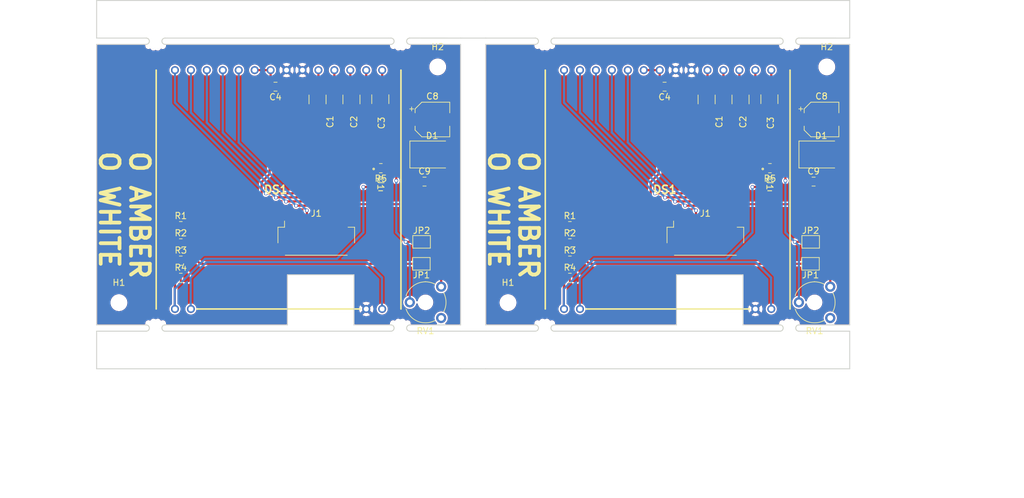
<source format=kicad_pcb>
(kicad_pcb (version 20221018) (generator pcbnew)
  (layers (0 "F.Cu" signal "Top") (31 "B.Cu" signal "Bottom") (34 "B.Paste" user) (35 "F.Paste" user) (36 "B.SilkS" user "B.Silkscreen") (37 "F.SilkS" user "F.Silkscreen") (38 "B.Mask" user) (39 "F.Mask" user) (44 "Edge.Cuts" user))
  (net 0 "")
  (net 1 "GND")
  (net 2 "+3V3")
  (net 3 "Net-(DS1-VB1+)")
  (net 4 "Net-(DS1-VB1-)")
  (net 5 "Net-(DS1-VB0-)")
  (net 6 "Net-(DS1-VB0+)")
  (net 7 "Net-(DS1-VLCD)")
  (net 8 "MOSI")
  (net 9 "SCK")
  (net 10 "LED1")
  (net 11 "Net-(DS1-NC_2)")
  (net 12 "INSTR.BEL")
  (net 13 "Net-(JP1-B)")
  (net 14 "D22")
  (net 15 "D23")
  (net 17 "D24")
  (net 18 "D25")
  (net 20 "POT")
  (net 21 "Net-(U1-REXT)")
  (footprint "Capacitor_SMD:C_1210_3225Metric_Pad1.33x2.70mm_HandSolder" (layer "F.Cu") (at 158.71 91.0375 90)
    (fp_text reference "C2")
    (fp_text value "1u")
  )
  (footprint "Capacitor_SMD:C_1210_3225Metric_Pad1.33x2.70mm_HandSolder" (layer "F.Cu") (at 163.31 91 90)
    (fp_text reference "C3")
    (fp_text value "1u")
  )
  (footprint "Capacitor_SMD:C_1210_3225Metric_Pad1.33x2.70mm_HandSolder" (layer "F.Cu") (at 153.31 91.0375 90)
    (fp_text reference "C1")
    (fp_text value "1u")
  )
  (footprint "Capacitor_SMD:C_0805_2012Metric" (layer "F.Cu") (at 146.61 89 180)
    (fp_text reference "C4")
    (fp_text value "100n")
  )
  (footprint "Capacitor_SMD:CP_Elec_5x3" (layer "F.Cu") (at 171.618 94.234)
    (fp_text reference "C8")
    (fp_text value "22u")
  )
  (footprint "Capacitor_SMD:C_0805_2012Metric" (layer "F.Cu") (at 170.3555 104.14)
    (fp_text reference "C9")
    (fp_text value "100n")
  )
  (footprint "Diode_SMD:D_SMB" (layer "F.Cu") (at 171.568 99.822)
    (fp_text reference "D1")
    (fp_text value "SMBJ15CA")
  )
  (footprint "fiz-o-matic:EA-DOGS102W-6" (layer "F.Cu") (at 147.1 105.41)
    (fp_text reference "DS1")
    (fp_text value "EA_DOGS102W-6" hide)
  )
  (footprint "Potentiometer_THT:Potentiometer_Piher_PT-6-V_Vertical_Hole" (layer "F.Cu") (at 173.01 120.9 180)
    (fp_text reference "RV1")
    (fp_text value "500")
  )
  (footprint "MountingHole:MountingHole_2.2mm_M2" (layer "F.Cu") (at 183.66 123.45)
    (fp_text reference "H1")
    (fp_text value "MountingHole")
  )
  (footprint "fiz-o-matic:mouse-bite-1mm-slot" (layer "F.Cu") (at 228.51 81.75)
    (fp_text reference "H4" hide)
    (fp_text value "MouseBite" hide)
  )
  (footprint "fiz-o-matic:mouse-bite-1mm-slot" (layer "F.Cu") (at 228.51 127.5 180)
    (fp_text reference "H6" hide)
    (fp_text value "MouseBite" hide)
  )
  (footprint "Capacitor_SMD:C_1210_3225Metric_Pad1.33x2.70mm_HandSolder" (layer "F.Cu") (at 215.31 91.0375 90)
    (fp_text reference "C1")
    (fp_text value "1u")
  )
  (footprint "Resistor_SMD:R_0805_2012Metric" (layer "F.Cu") (at 193.5225 119.5)
    (fp_text reference "R4")
    (fp_text value "1k / 560")
  )
  (footprint "Capacitor_SMD:C_0805_2012Metric" (layer "F.Cu") (at 232.3555 104.14)
    (fp_text reference "C9")
    (fp_text value "100n")
  )
  (footprint "Resistor_SMD:R_0805_2012Metric" (layer "F.Cu") (at 193.5225 116.75)
    (fp_text reference "R3")
    (fp_text value "1k / 560")
  )
  (footprint "fiz-o-matic:mouse-bite-1mm-slot" (layer "F.Cu") (at 189.51 81.75)
    (fp_text reference "H3" hide)
    (fp_text value "MouseBite" hide)
  )
  (footprint "Jumper:SolderJumper-2_P1.3mm_Open_TrianglePad1.0x1.5mm" (layer "F.Cu") (at 169.86 117.25 180)
    (fp_text reference "JP1")
    (fp_text value "SolderJumper_2_Open")
  )
  (footprint "Resistor_SMD:R_0805_2012Metric" (layer "F.Cu") (at 193.5225 111.25)
    (fp_text reference "R1")
    (fp_text value "1k / 560")
  )
  (footprint "Resistor_SMD:R_0805_2012Metric" (layer "F.Cu") (at 131.5225 116.75)
    (fp_text reference "R3")
    (fp_text value "1k / 560")
  )
  (footprint "MountingHole:MountingHole_2.2mm_M2" (layer "F.Cu") (at 172.46 85.85)
    (fp_text reference "H2")
    (fp_text value "MountingHole")
  )
  (footprint "MountingHole:MountingHole_2.2mm_M2" (layer "F.Cu") (at 121.66 123.45)
    (fp_text reference "H1")
    (fp_text value "MountingHole")
  )
  (footprint "Capacitor_SMD:CP_Elec_5x3" (layer "F.Cu") (at 233.618 94.234)
    (fp_text reference "C8")
    (fp_text value "22u")
  )
  (footprint "MountingHole:MountingHole_2.2mm_M2" (layer "F.Cu") (at 234.46 85.85)
    (fp_text reference "H2")
    (fp_text value "MountingHole")
  )
  (footprint "Capacitor_SMD:C_0805_2012Metric" (layer "F.Cu") (at 208.61 89 180)
    (fp_text reference "C4")
    (fp_text value "100n")
  )
  (footprint "Resistor_SMD:R_0805_2012Metric" (layer "F.Cu") (at 131.5225 111.25)
    (fp_text reference "R1")
    (fp_text value "1k / 560")
  )
  (footprint "fiz-o-matic:mouse-bite-1mm-slot" (layer "F.Cu") (at 166.51 81.75)
    (fp_text reference "H4" hide)
    (fp_text value "MouseBite" hide)
  )
  (footprint "Resistor_SMD:R_0805_2012Metric" (layer "F.Cu") (at 131.5225 119.5)
    (fp_text reference "R4")
    (fp_text value "1k / 560")
  )
  (footprint "fiz-o-matic:mouse-bite-1mm-slot" (layer "F.Cu") (at 127.51 81.75)
    (fp_text reference "H3" hide)
    (fp_text value "MouseBite" hide)
  )
  (footprint "fiz-o-matic:mouse-bite-1mm-slot" (layer "F.Cu") (at 166.51 127.5 180)
    (fp_text reference "H6" hide)
    (fp_text value "MouseBite" hide)
  )
  (footprint "Jumper:SolderJumper-2_P1.3mm_Open_TrianglePad1.0x1.5mm" (layer "F.Cu") (at 169.885 113.75)
    (fp_text reference "JP2")
    (fp_text value "SolderJumper_2_Open")
  )
  (footprint "fiz-o-matic:mouse-bite-1mm-slot" (layer "F.Cu") (at 189.51 127.5 180)
    (fp_text reference "H5" hide)
    (fp_text value "MouseBite" hide)
  )
  (footprint "Jumper:SolderJumper-2_P1.3mm_Open_TrianglePad1.0x1.5mm" (layer "F.Cu") (at 231.86 117.25 180)
    (fp_text reference "JP1")
    (fp_text value "SolderJumper_2_Open")
  )
  (footprint "fiz-o-matic:EA-DOGS102W-6" (layer "F.Cu") (at 209.1 105.41)
    (fp_text reference "DS1")
    (fp_text value "EA_DOGS102W-6" hide)
  )
  (footprint "Capacitor_SMD:C_1210_3225Metric_Pad1.33x2.70mm_HandSolder" (layer "F.Cu") (at 225.31 91 90)
    (fp_text reference "C3")
    (fp_text value "1u")
  )
  (footprint "BCR401:PG-SOT343-4-1_INF" (layer "F.Cu") (at 225.36 104.5 -90)
    (fp_text reference "U1")
    (fp_text value "BCR401WH6327XTSA1")
  )
  (footprint "Resistor_SMD:R_0805_2012Metric" (layer "F.Cu") (at 131.5225 114)
    (fp_text reference "R2")
    (fp_text value "1k / 560")
  )
  (footprint "Connector_JST:JST_SH_SM10B-SRSS-TB_1x10-1MP_P1.00mm_Horizontal" (layer "F.Cu") (at 215.11 113.2)
    (fp_text reference "J1")
    (fp_text value "Conn_01x10_MountingPin")
  )
  (footprint "Jumper:SolderJumper-2_P1.3mm_Open_TrianglePad1.0x1.5mm" (layer "F.Cu") (at 231.885 113.75)
    (fp_text reference "JP2")
    (fp_text value "SolderJumper_2_Open")
  )
  (footprint "Connector_JST:JST_SH_SM10B-SRSS-TB_1x10-1MP_P1.00mm_Horizontal" (layer "F.Cu") (at 153.11 113.2)
    (fp_text reference "J1")
    (fp_text value "Conn_01x10_MountingPin")
  )
  (footprint "fiz-o-matic:mouse-bite-1mm-slot" (layer "F.Cu") (at 127.51 127.5 180)
    (fp_text reference "H5" hide)
    (fp_text value "MouseBite" hide)
  )
  (footprint "Capacitor_SMD:C_1210_3225Metric_Pad1.33x2.70mm_HandSolder" (layer "F.Cu") (at 220.71 91.0375 90)
    (fp_text reference "C2")
    (fp_text value "1u")
  )
  (footprint "BCR401:PG-SOT343-4-1_INF" (layer "F.Cu") (at 163.36 104.5 -90)
    (fp_text reference "U1")
    (fp_text value "BCR401WH6327XTSA1")
  )
  (footprint "Resistor_SMD:R_0805_2012Metric" (layer "F.Cu") (at 163.3975 102 180)
    (fp_text reference "R5")
    (fp_text value "10")
  )
  (footprint "Potentiometer_THT:Potentiometer_Piher_PT-6-V_Vertical_Hole" (layer "F.Cu") (at 235.01 120.9 180)
    (fp_text reference "RV1")
    (fp_text value "500")
  )
  (footprint "Diode_SMD:D_SMB" (layer "F.Cu") (at 233.568 99.822)
    (fp_text reference "D1")
    (fp_text value "SMBJ15CA")
  )
  (footprint "Resistor_SMD:R_0805_2012Metric" (layer "F.Cu") (at 225.3975 102 180)
    (fp_text reference "R5")
    (fp_text value "10")
  )
  (footprint "Resistor_SMD:R_0805_2012Metric" (layer "F.Cu") (at 193.5225 114)
    (fp_text reference "R2")
    (fp_text value "1k / 560")
  )
  (gr_line (start 191.01 128) (end 227.01 128) (stroke (width 0.15)) (layer "Edge.Cuts"))
  (gr_arc (start 168.01 82.252493) (mid 167.507507 81.75) (end 168.01 81.247507) (stroke (width 0.15)) (layer "Edge.Cuts"))
  (gr_line (start 191.01 82.25) (end 227.01 82.25) (stroke (width 0.15)) (layer "Edge.Cuts"))
  (gr_line (start 159.11 127) (end 159.11 119) (stroke (width 0.15)) (layer "Edge.Cuts"))
  (gr_arc (start 165.01 81.25) (mid 165.51 81.75) (end 165.01 82.25) (stroke (width 0.15)) (layer "Edge.Cuts"))
  (gr_arc (start 129.01 128) (mid 128.51 127.5) (end 129.01 127) (stroke (width 0.15)) (layer "Edge.Cuts"))
  (gr_line (start 159.11 127) (end 165.01 127) (stroke (width 0.15)) (layer "Edge.Cuts"))
  (gr_arc (start 129.01 82.25) (mid 128.51 81.75) (end 129.01 81.25) (stroke (width 0.15)) (layer "Edge.Cuts"))
  (gr_line (start 238.11 127) (end 238.11 82.25) (stroke (width 0.15)) (layer "Edge.Cuts"))
  (gr_arc (start 191.01 128) (mid 190.51 127.5) (end 191.01 127) (stroke (width 0.15)) (layer "Edge.Cuts"))
  (gr_line (start 176.11 82.25) (end 168.01 82.252493) (stroke (width 0.15)) (layer "Edge.Cuts"))
  (gr_line (start 129.01 128) (end 165.01 128) (stroke (width 0.15)) (layer "Edge.Cuts"))
  (gr_line (start 118.11 127) (end 118.11 82.25) (stroke (width 0.15)) (layer "Edge.Cuts"))
  (gr_line (start 148.51 119) (end 148.51 127) (stroke (width 0.15)) (layer "Edge.Cuts"))
  (gr_line (start 118.11 128) (end 126.01 128) (stroke (width 0.15)) (layer "Edge.Cuts"))
  (gr_line (start 176.11 75.25) (end 118.11 75.25) (stroke (width 0.15)) (layer "Edge.Cuts"))
  (gr_arc (start 227.01 127) (mid 227.51 127.5) (end 227.01 128) (stroke (width 0.15)) (layer "Edge.Cuts"))
  (gr_arc (start 227.01 81.25) (mid 227.51 81.75) (end 227.01 82.25) (stroke (width 0.15)) (layer "Edge.Cuts"))
  (gr_line (start 238.11 82.25) (end 230.01 82.252493) (stroke (width 0.15)) (layer "Edge.Cuts"))
  (gr_line (start 118.11 127) (end 126.01 127) (stroke (width 0.15)) (layer "Edge.Cuts"))
  (gr_line (start 221.11 127) (end 221.11 119) (stroke (width 0.15)) (layer "Edge.Cuts"))
  (gr_line (start 168.01 128) (end 176.11 128) (stroke (width 0.15)) (layer "Edge.Cuts"))
  (gr_arc (start 165.01 127) (mid 165.51 127.5) (end 165.01 128) (stroke (width 0.15)) (layer "Edge.Cuts"))
  (gr_line (start 180.11 127) (end 180.11 82.25) (stroke (width 0.15)) (layer "Edge.Cuts"))
  (gr_line (start 191.01 81.25) (end 227.01 81.25) (stroke (width 0.15)) (layer "Edge.Cuts"))
  (gr_line (start 176.11 134) (end 180.11 134) (stroke (width 0.15)) (layer "Edge.Cuts"))
  (gr_line (start 238.11 134) (end 180.11 134) (stroke (width 0.15)) (layer "Edge.Cuts"))
  (gr_line (start 238.11 75.25) (end 180.11 75.25) (stroke (width 0.15)) (layer "Edge.Cuts"))
  (gr_line (start 129.01 82.25) (end 165.01 82.25) (stroke (width 0.15)) (layer "Edge.Cuts"))
  (gr_line (start 176.11 128) (end 180.11 128) (stroke (width 0.15)) (layer "Edge.Cuts"))
  (gr_line (start 230.01 81.247507) (end 238.11 81.25) (stroke (width 0.15)) (layer "Edge.Cuts"))
  (gr_line (start 176.11 81.25) (end 180.11 81.25) (stroke (width 0.15)) (layer "Edge.Cuts"))
  (gr_line (start 180.11 81.25) (end 188.01 81.25) (stroke (width 0.15)) (layer "Edge.Cuts"))
  (gr_line (start 126.01 82.25) (end 118.11 82.25) (stroke (width 0.15)) (layer "Edge.Cuts"))
  (gr_line (start 159.11 119) (end 148.51 119) (stroke (width 0.15)) (layer "Edge.Cuts"))
  (gr_arc (start 230.01 128) (mid 229.51 127.5) (end 230.01 127) (stroke (width 0.15)) (layer "Edge.Cuts"))
  (gr_line (start 180.11 128) (end 188.01 128) (stroke (width 0.15)) (layer "Edge.Cuts"))
  (gr_line (start 118.11 81.25) (end 126.01 81.25) (stroke (width 0.15)) (layer "Edge.Cuts"))
  (gr_arc (start 126.01 81.25) (mid 126.51 81.75) (end 126.01 82.25) (stroke (width 0.15)) (layer "Edge.Cuts"))
  (gr_line (start 210.51 119) (end 210.51 127) (stroke (width 0.15)) (layer "Edge.Cuts"))
  (gr_line (start 176.11 134) (end 118.11 134) (stroke (width 0.15)) (layer "Edge.Cuts"))
  (gr_line (start 180.11 127) (end 188.01 127) (stroke (width 0.15)) (layer "Edge.Cuts"))
  (gr_line (start 129.01 81.25) (end 165.01 81.25) (stroke (width 0.15)) (layer "Edge.Cuts"))
  (gr_arc (start 191.01 82.25) (mid 190.51 81.75) (end 191.01 81.25) (stroke (width 0.15)) (layer "Edge.Cuts"))
  (gr_arc (start 168.01 128) (mid 167.51 127.5) (end 168.01 127) (stroke (width 0.15)) (layer "Edge.Cuts"))
  (gr_line (start 238.11 128) (end 238.11 134) (stroke (width 0.15)) (layer "Edge.Cuts"))
  (gr_arc (start 126.01 127) (mid 126.51 127.5) (end 126.01 128) (stroke (width 0.15)) (layer "Edge.Cuts"))
  (gr_line (start 188.01 82.25) (end 180.11 82.25) (stroke (width 0.15)) (layer "Edge.Cuts"))
  (gr_line (start 129.01 127) (end 148.51 127) (stroke (width 0.15)) (layer "Edge.Cuts"))
  (gr_line (start 230.01 127) (end 238.11 127) (stroke (width 0.15)) (layer "Edge.Cuts"))
  (gr_arc (start 188.01 127) (mid 188.51 127.5) (end 188.01 128) (stroke (width 0.15)) (layer "Edge.Cuts"))
  (gr_arc (start 230.01 82.252493) (mid 229.507507 81.75) (end 230.01 81.247507) (stroke (width 0.15)) (layer "Edge.Cuts"))
  (gr_line (start 176.11 75.25) (end 180.11 75.25) (stroke (width 0.15)) (layer "Edge.Cuts"))
  (gr_line (start 118.11 75.25) (end 118.11 81.25) (stroke (width 0.15)) (layer "Edge.Cuts"))
  (gr_arc (start 188.01 81.25) (mid 188.51 81.75) (end 188.01 82.25) (stroke (width 0.15)) (layer "Edge.Cuts"))
  (gr_line (start 191.01 127) (end 210.51 127) (stroke (width 0.15)) (layer "Edge.Cuts"))
  (gr_line (start 176.11 127) (end 176.11 82.25) (stroke (width 0.15)) (layer "Edge.Cuts"))
  (gr_line (start 238.11 81.25) (end 238.11 75.25) (stroke (width 0.15)) (layer "Edge.Cuts"))
  (gr_line (start 221.11 127) (end 227.01 127) (stroke (width 0.15)) (layer "Edge.Cuts"))
  (gr_line (start 168.01 127) (end 176.11 127) (stroke (width 0.15)) (layer "Edge.Cuts"))
  (gr_line (start 230.01 128) (end 238.11 128) (stroke (width 0.15)) (layer "Edge.Cuts"))
  (gr_line (start 168.01 81.247507) (end 176.11 81.25) (stroke (width 0.15)) (layer "Edge.Cuts"))
  (gr_line (start 221.11 119) (end 210.51 119) (stroke (width 0.15)) (layer "Edge.Cuts"))
  (gr_line (start 118.11 134) (end 118.11 128) (stroke (width 0.15)) (layer "Edge.Cuts"))
  (gr_text "DOGS102_v0.12" (at 120.86 83 -90) (layer "F.Cu") (effects (font (size 1.2065 1.2065) (thickness 0.1016)) (justify left top)))
  (gr_text "DOGS102_v0.12" (at 182.86 83 -90) (layer "F.Cu") (effects (font (size 1.2065 1.2065) (thickness 0.1016)) (justify left top)))
  (gr_text "O AMBER\nO WHITE" (at 180.36 99 -90) (layer "F.SilkS") (effects (font (size 3 3) (thickness 0.6) bold) (justify left bottom)))
  (gr_text "O AMBER\nO WHITE" (at 118.36 99 -90) (layer "F.SilkS") (effects (font (size 3 3) (thickness 0.6) bold) (justify left bottom)))
  (segment (start 207.83 86.36) (end 205.29 86.36) (width 0.35) (layer "F.Cu") (net 2))
  (segment (start 145.6725 87.7375) (end 145.83 87.58) (width 0.35) (layer "F.Cu") (net 2))
  (segment (start 207.6725 89) (end 207.6725 87.7375) (width 0.35) (layer "F.Cu") (net 2))
  (segment (start 144.400808 104.209192) (end 144.400808 107.540808) (width 0.35) (layer "F.Cu") (net 2))
  (segment (start 145.83 86.36) (end 143.29 86.36) (width 0.35) (layer "F.Cu") (net 2))
  (segment (start 145.6725 89) (end 145.6725 87.7375) (width 0.35) (layer "F.Cu") (net 2))
  (segment (start 145.83 87.58) (end 145.83 86.36) (width 0.35) (layer "F.Cu") (net 2))
  (segment (start 207.61 108.75) (end 209.11 108.75) (width 0.35) (layer "F.Cu") (net 2))
  (segment (start 145.6725 89) (end 145.6725 102.9375) (width 0.35) (layer "F.Cu") (net 2))
  (segment (start 144.400808 107.540808) (end 145.61 108.75) (width 0.35) (layer "F.Cu") (net 2))
  (segment (start 148.61 111.2) (end 148.61 110.25) (width 0.35) (layer "F.Cu") (net 2))
  (segment (start 147.11 108.75) (end 148.61 110.25) (width 0.35) (layer "F.Cu") (net 2))
  (segment (start 207.6725 87.7375) (end 207.83 87.58) (width 0.35) (layer "F.Cu") (net 2))
  (segment (start 145.61 108.75) (end 147.11 108.75) (width 0.35) (layer "F.Cu") (net 2))
  (segment (start 206.400808 107.540808) (end 207.61 108.75) (width 0.35) (layer "F.Cu") (net 2))
  (segment (start 210.61 111.2) (end 210.61 110.25) (width 0.35) (layer "F.Cu") (net 2))
  (segment (start 207.6725 102.9375) (end 206.400808 104.209192) (width 0.35) (layer "F.Cu") (net 2))
  (segment (start 206.400808 104.209192) (end 206.400808 107.540808) (width 0.35) (layer "F.Cu") (net 2))
  (segment (start 207.83 87.58) (end 207.83 86.36) (width 0.35) (layer "F.Cu") (net 2))
  (segment (start 145.6725 102.9375) (end 144.400808 104.209192) (width 0.35) (layer "F.Cu") (net 2))
  (segment (start 209.11 108.75) (end 210.61 110.25) (width 0.35) (layer "F.Cu") (net 2))
  (segment (start 207.6725 89) (end 207.6725 102.9375) (width 0.35) (layer "F.Cu") (net 2))
  (segment (start 215.45 88.01) (end 215.31 88.15) (width 0.35) (layer "F.Cu") (net 3))
  (segment (start 215.45 86.36) (end 215.45 88.01) (width 0.35) (layer "F.Cu") (net 3))
  (segment (start 153.45 86.36) (end 153.45 88.01) (width 0.35) (layer "F.Cu") (net 3))
  (segment (start 215.31 88.15) (end 215.31 89.475) (width 0.35) (layer "F.Cu") (net 3))
  (segment (start 153.31 88.15) (end 153.31 89.475) (width 0.35) (layer "F.Cu") (net 3))
  (segment (start 153.45 88.01) (end 153.31 88.15) (width 0.35) (layer "F.Cu") (net 3))
  (segment (start 153.31 93.6) (end 153.31 92.6) (width 0.35) (layer "F.Cu") (net 4))
  (segment (start 223.07 93.64) (end 222.51 94.2) (width 0.35) (layer "F.Cu") (net 4))
  (segment (start 161.07 93.64) (end 160.51 94.2) (width 0.35) (layer "F.Cu") (net 4))
  (segment (start 161.07 86.36) (end 161.07 93.64) (width 0.35) (layer "F.Cu") (net 4))
  (segment (start 215.91 94.2) (end 215.31 93.6) (width 0.35) (layer "F.Cu") (net 4))
  (segment (start 153.91 94.2) (end 153.31 93.6) (width 0.35) (layer "F.Cu") (net 4))
  (segment (start 223.07 86.36) (end 223.07 93.64) (width 0.35) (layer "F.Cu") (net 4))
  (segment (start 222.51 94.2) (end 215.91 94.2) (width 0.35) (layer "F.Cu") (net 4))
  (segment (start 160.51 94.2) (end 153.91 94.2) (width 0.35) (layer "F.Cu") (net 4))
  (segment (start 215.31 93.6) (end 215.31 92.6) (width 0.35) (layer "F.Cu") (net 4))
  (segment (start 220.53 86.36) (end 220.53 87.67) (width 0.35) (layer "F.Cu") (net 5))
  (segment (start 158.71 87.85) (end 158.71 89.475) (width 0.35) (layer "F.Cu") (net 5))
  (segment (start 158.53 86.36) (end 158.53 87.67) (width 0.35) (layer "F.Cu") (net 5))
  (segment (start 158.53 87.67) (end 158.71 87.85) (width 0.35) (layer "F.Cu") (net 5))
  (segment (start 220.53 87.67) (end 220.71 87.85) (width 0.35) (layer "F.Cu") (net 5))
  (segment (start 220.71 87.85) (end 220.71 89.475) (width 0.35) (layer "F.Cu") (net 5))
  (segment (start 155.99 86.36) (end 155.99 91.88) (width 0.35) (layer "F.Cu") (net 6))
  (segment (start 218.71 92.6) (end 220.71 92.6) (width 0.35) (layer "F.Cu") (net 6))
  (segment (start 217.99 91.88) (end 218.71 92.6) (width 0.35) (layer "F.Cu") (net 6))
  (segment (start 217.99 86.36) (end 217.99 91.88) (width 0.35) (layer "F.Cu") (net 6))
  (segment (start 156.71 92.6) (end 158.71 92.6) (width 0.35) (layer "F.Cu") (net 6))
  (segment (start 155.99 91.88) (end 156.71 92.6) (width 0.35) (layer "F.Cu") (net 6))
  (segment (start 225.61 87.75) (end 225.61 86.36) (width 0.35) (layer "F.Cu") (net 7))
  (segment (start 163.61 87.75) (end 163.61 86.36) (width 0.35) (layer "F.Cu") (net 7))
  (segment (start 225.31 88.05) (end 225.61 87.75) (width 0.35) (layer "F.Cu") (net 7))
  (segment (start 225.31 89.4375) (end 225.31 88.05) (width 0.35) (layer "F.Cu") (net 7))
  (segment (start 163.31 89.4375) (end 163.31 88.05) (width 0.35) (layer "F.Cu") (net 7))
  (segment (start 163.31 88.05) (end 163.61 87.75) (width 0.35) (layer "F.Cu") (net 7))
  (segment (start 213.61 108.75) (end 213.61 111.2) (width 0.35) (layer "F.Cu") (net 8))
  (segment (start 151.61 108.75) (end 151.61 111.2) (width 0.35) (layer "F.Cu") (net 8))
  (via (at 151.61 108.75) (size 0.6) (drill 0.4) (layers "F.Cu" "B.Cu") (net 8))
  (via (at 213.61 108.75) (size 0.6) (drill 0.4) (layers "F.Cu" "B.Cu") (net 8))
  (segment (start 202.75 86.36) (end 202.75 97.89) (width 0.35) (layer "B.Cu") (net 8))
  (segment (start 140.75 86.36) (end 140.75 97.89) (width 0.35) (layer "B.Cu") (net 8))
  (segment (start 202.75 97.89) (end 213.61 108.75) (width 0.35) (layer "B.Cu") (net 8))
  (segment (start 140.75 97.89) (end 151.61 108.75) (width 0.35) (layer "B.Cu") (net 8))
  (segment (start 213.791893 107.977298) (end 214.61 108.795405) (width 0.35) (layer "F.Cu") (net 9))
  (segment (start 211.882702 107.977298) (end 213.791893 107.977298) (width 0.35) (layer "F.Cu") (net 9))
  (segment (start 214.61 108.795405) (end 214.61 111.2) (width 0.35) (layer "F.Cu") (net 9))
  (segment (start 149.882702 107.977298) (end 151.791893 107.977298) (width 0.35) (layer "F.Cu") (net 9))
  (segment (start 152.61 108.795405) (end 152.61 111.2) (width 0.35) (layer "F.Cu") (net 9))
  (segment (start 151.791893 107.977298) (end 152.61 108.795405) (width 0.35) (layer "F.Cu") (net 9))
  (via (at 149.882702 107.977298) (size 0.6) (drill 0.4) (layers "F.Cu" "B.Cu") (net 9))
  (via (at 211.882702 107.977298) (size 0.6) (drill 0.4) (layers "F.Cu" "B.Cu") (net 9))
  (segment (start 200.21 96.304596) (end 211.882702 107.977298) (width 0.35) (layer "B.Cu") (net 9))
  (segment (start 138.21 96.304596) (end 149.882702 107.977298) (width 0.35) (layer "B.Cu") (net 9))
  (segment (start 200.21 86.36) (end 200.21 96.304596) (width 0.35) (layer "B.Cu") (net 9))
  (segment (start 138.21 86.36) (end 138.21 96.304596) (width 0.35) (layer "B.Cu") (net 9))
  (segment (start 130.556 124.46) (end 130.556 121.054) (width 0.35) (layer "F.Cu") (net 10))
  (segment (start 224.3567 104.9976) (end 222.6124 104.9976) (width 0.35) (layer "F.Cu") (net 10))
  (segment (start 130.61 116.75) (end 130.61 119.5) (width 0.35) (layer "F.Cu") (net 10))
  (segment (start 130.61 111.25) (end 130.61 114) (width 0.35) (layer "F.Cu") (net 10))
  (segment (start 192.61 111.25) (end 192.61 114) (width 0.35) (layer "F.Cu") (net 10))
  (segment (start 192.556 121.054) (end 192.61 121) (width 0.35) (layer "F.Cu") (net 10))
  (segment (start 130.61 121) (end 130.61 119.5) (width 0.35) (layer "F.Cu") (net 10))
  (segment (start 162.3567 104.9976) (end 160.6124 104.9976) (width 0.35) (layer "F.Cu") (net 10))
  (segment (start 222.6124 104.9976) (end 222.61 105) (width 0.35) (layer "F.Cu") (net 10))
  (segment (start 192.61 114) (end 192.61 116.75) (width 0.35) (layer "F.Cu") (net 10))
  (segment (start 160.6124 104.9976) (end 160.61 105) (width 0.35) (layer "F.Cu") (net 10))
  (segment (start 130.556 121.054) (end 130.61 121) (width 0.35) (layer "F.Cu") (net 10))
  (segment (start 130.61 114) (end 130.61 116.75) (width 0.35) (layer "F.Cu") (net 10))
  (segment (start 192.61 121) (end 192.61 119.5) (width 0.35) (layer "F.Cu") (net 10))
  (segment (start 192.556 124.46) (end 192.556 121.054) (width 0.35) (layer "F.Cu") (net 10))
  (segment (start 192.61 116.75) (end 192.61 119.5) (width 0.35) (layer "F.Cu") (net 10))
  (via (at 222.61 105) (size 0.6) (drill 0.4) (layers "F.Cu" "B.Cu") (net 10))
  (via (at 160.61 105) (size 0.6) (drill 0.4) (layers "F.Cu" "B.Cu") (net 10))
  (segment (start 197.382182 116.45) (end 192.556 121.276182) (width 0.35) (layer "B.Cu") (net 10))
  (segment (start 222.61 105) (end 222.61 112.25) (width 0.35) (layer "B.Cu") (net 10))
  (segment (start 135.382182 116.45) (end 130.556 121.276182) (width 0.35) (layer "B.Cu") (net 10))
  (segment (start 130.556 121.276182) (end 130.556 124.46) (width 0.35) (layer "B.Cu") (net 10))
  (segment (start 218.41 116.45) (end 197.382182 116.45) (width 0.35) (layer "B.Cu") (net 10))
  (segment (start 160.61 105) (end 160.61 112.25) (width 0.35) (layer "B.Cu") (net 10))
  (segment (start 222.61 112.25) (end 218.41 116.45) (width 0.35) (layer "B.Cu") (net 10))
  (segment (start 160.61 112.25) (end 156.41 116.45) (width 0.35) (layer "B.Cu") (net 10))
  (segment (start 192.556 121.276182) (end 192.556 124.46) (width 0.35) (layer "B.Cu") (net 10))
  (segment (start 156.41 116.45) (end 135.382182 116.45) (width 0.35) (layer "B.Cu") (net 10))
  (segment (start 163.576 119.466) (end 161.11 117) (width 0.35) (layer "B.Cu") (net 11))
  (segment (start 197.61 117) (end 195.096 119.514) (width 0.35) (layer "B.Cu") (net 11))
  (segment (start 195.096 119.514) (end 195.096 124.46) (width 0.35) (layer "B.Cu") (net 11))
  (segment (start 225.576 119.466) (end 223.11 117) (width 0.35) (layer "B.Cu") (net 11))
  (segment (start 225.576 124.46) (end 225.576 119.466) (width 0.35) (layer "B.Cu") (net 11))
  (segment (start 133.096 119.514) (end 133.096 124.46) (width 0.35) (layer "B.Cu") (net 11))
  (segment (start 163.576 124.46) (end 163.576 119.466) (width 0.35) (layer "B.Cu") (net 11))
  (segment (start 223.11 117) (end 197.61 117) (width 0.35) (layer "B.Cu") (net 11))
  (segment (start 135.61 117) (end 133.096 119.514) (width 0.35) (layer "B.Cu") (net 11))
  (segment (start 161.11 117) (end 135.61 117) (width 0.35) (layer "B.Cu") (net 11))
  (segment (start 169.418 107.692) (end 169.418 104.14) (width 0.35) (layer "F.Cu") (net 12))
  (segment (start 169.36 107.75) (end 173.01 111.4) (width 0.35) (layer "F.Cu") (net 12))
  (segment (start 164.3633 105.149999) (end 164.3633 107.7467) (width 0.35) (layer "F.Cu") (net 12))
  (segment (start 232.585 117.25) (end 235.01 117.25) (width 0.35) (layer "F.Cu") (net 12))
  (segment (start 170.585 117.25) (end 173.01 117.25) (width 0.35) (layer "F.Cu") (net 12))
  (segment (start 173.01 117.25) (end 173.01 120.9) (width 0.35) (layer "F.Cu") (net 12))
  (segment (start 231.418 99.822) (end 231.418 104.14) (width 0.35) (layer "F.Cu") (net 12))
  (segment (start 226.3633 107.7467) (end 226.36 107.75) (width 0.35) (layer "F.Cu") (net 12))
  (segment (start 157.61 111.2) (end 157.61 109) (width 0.35) (layer "F.Cu") (net 12))
  (segment (start 173.01 111.4) (end 173.01 117.25) (width 0.35) (layer "F.Cu") (net 12))
  (segment (start 157.61 109) (end 158.86 107.75) (width 0.35) (layer "F.Cu") (net 12))
  (segment (start 169.418 99.822) (end 169.418 104.14) (width 0.35) (layer "F.Cu") (net 12))
  (segment (start 219.61 109) (end 220.86 107.75) (width 0.35) (layer "F.Cu") (net 12))
  (segment (start 231.418 107.692) (end 231.418 104.14) (width 0.35) (layer "F.Cu") (net 12))
  (segment (start 169.36 107.75) (end 169.418 107.692) (width 0.35) (layer "F.Cu") (net 12))
  (segment (start 235.01 111.4) (end 235.01 117.25) (width 0.35) (layer "F.Cu") (net 12))
  (segment (start 158.86 107.75) (end 164.36 107.75) (width 0.35) (layer "F.Cu") (net 12))
  (segment (start 169.418 94.234) (end 169.418 99.822) (width 0.35) (layer "F.Cu") (net 12))
  (segment (start 219.61 111.2) (end 219.61 109) (width 0.35) (layer "F.Cu") (net 12))
  (segment (start 164.3633 107.7467) (end 164.36 107.75) (width 0.35) (layer "F.Cu") (net 12))
  (segment (start 226.3633 105.149999) (end 226.3633 107.7467) (width 0.35) (layer "F.Cu") (net 12))
  (segment (start 226.36 107.75) (end 231.36 107.75) (width 0.35) (layer "F.Cu") (net 12))
  (segment (start 231.36 107.75) (end 235.01 111.4) (width 0.35) (layer "F.Cu") (net 12))
  (segment (start 235.01 117.25) (end 235.01 120.9) (width 0.35) (layer "F.Cu") (net 12))
  (segment (start 231.36 107.75) (end 231.418 107.692) (width 0.35) (layer "F.Cu") (net 12))
  (segment (start 164.36 107.75) (end 169.36 107.75) (width 0.35) (layer "F.Cu") (net 12))
  (segment (start 220.86 107.75) (end 226.36 107.75) (width 0.35) (layer "F.Cu") (net 12))
  (segment (start 231.418 94.234) (end 231.418 99.822) (width 0.35) (layer "F.Cu") (net 12))
  (segment (start 231.135 117.25) (end 196.61 117.25) (width 0.35) (layer "F.Cu") (net 13))
  (segment (start 194.435 116.75) (end 194.435 114) (width 0.35) (layer "F.Cu") (net 13))
  (segment (start 194.435 111.25) (end 194.435 114) (width 0.35) (layer "F.Cu") (net 13))
  (segment (start 231.135 115.975) (end 231.61 115.5) (width 0.35) (layer "F.Cu") (net 13))
  (segment (start 232.11 115.5) (end 231.61 115.5) (width 0.35) (layer "F.Cu") (net 13))
  (segment (start 134.11 116.75) (end 132.435 116.75) (width 0.35) (layer "F.Cu") (net 13))
  (segment (start 232.61 113.75) (end 232.61 115) (width 0.35) (layer "F.Cu") (net 13))
  (segment (start 170.61 115) (end 170.11 115.5) (width 0.35) (layer "F.Cu") (net 13))
  (segment (start 231.135 117.25) (end 231.135 115.975) (width 0.35) (layer "F.Cu") (net 13))
  (segment (start 169.135 115.975) (end 169.61 115.5) (width 0.35) (layer "F.Cu") (net 13))
  (segment (start 132.435 116.75) (end 132.435 114) (width 0.35) (layer "F.Cu") (net 13))
  (segment (start 170.11 115.5) (end 169.61 115.5) (width 0.35) (layer "F.Cu") (net 13))
  (segment (start 196.11 116.75) (end 194.435 116.75) (width 0.35) (layer "F.Cu") (net 13))
  (segment (start 134.61 117.25) (end 134.11 116.75) (width 0.35) (layer "F.Cu") (net 13))
  (segment (start 132.435 119.5) (end 132.435 116.75) (width 0.35) (layer "F.Cu") (net 13))
  (segment (start 232.61 115) (end 232.11 115.5) (width 0.35) (layer "F.Cu") (net 13))
  (segment (start 194.435 119.5) (end 194.435 116.75) (width 0.35) (layer "F.Cu") (net 13))
  (segment (start 169.135 117.25) (end 134.61 117.25) (width 0.35) (layer "F.Cu") (net 13))
  (segment (start 169.135 117.25) (end 169.135 115.975) (width 0.35) (layer "F.Cu") (net 13))
  (segment (start 196.61 117.25) (end 196.11 116.75) (width 0.35) (layer "F.Cu") (net 13))
  (segment (start 170.61 113.75) (end 170.61 115) (width 0.35) (layer "F.Cu") (net 13))
  (segment (start 132.435 111.25) (end 132.435 114) (width 0.35) (layer "F.Cu") (net 13))
  (segment (start 153.61 109.017587) (end 153.61 111.2) (width 0.35) (layer "F.Cu") (net 14))
  (segment (start 151.894711 107.302298) (end 153.61 109.017587) (width 0.35) (layer "F.Cu") (net 14))
  (segment (start 210.280404 107.329596) (end 210.307702 107.302298) (width 0.35) (layer "F.Cu") (net 14))
  (segment (start 213.894711 107.302298) (end 215.61 109.017587) (width 0.35) (layer "F.Cu") (net 14))
  (segment (start 210.307702 107.302298) (end 213.894711 107.302298) (width 0.35) (layer "F.Cu") (net 14))
  (segment (start 215.61 109.017587) (end 215.61 111.2) (width 0.35) (layer "F.Cu") (net 14))
  (segment (start 148.307702 107.302298) (end 151.894711 107.302298) (width 0.35) (layer "F.Cu") (net 14))
  (segment (start 148.280404 107.329596) (end 148.307702 107.302298) (width 0.35) (layer "F.Cu") (net 14))
  (via (at 210.280404 107.329596) (size 0.6) (drill 0.4) (layers "F.Cu" "B.Cu") (net 14))
  (via (at 148.280404 107.329596) (size 0.6) (drill 0.4) (layers "F.Cu" "B.Cu") (net 14))
  (segment (start 135.67 86.36) (end 135.67 94.719192) (width 0.35) (layer "B.Cu") (net 14))
  (segment (start 135.67 94.719192) (end 148.280404 107.329596) (width 0.35) (layer "B.Cu") (net 14))
  (segment (start 197.67 94.719192) (end 210.280404 107.329596) (width 0.35) (layer "B.Cu") (net 14))
  (segment (start 197.67 86.36) (end 197.67 94.719192) (width 0.35) (layer "B.Cu") (net 14))
  (segment (start 208.678106 106.681894) (end 208.955404 106.654596) (width 0.35) (layer "F.Cu") (net 15))
  (segment (start 146.678106 106.681894) (end 146.955404 106.654596) (width 0.35) (layer "F.Cu") (net 15))
  (segment (start 216.61 109.239769) (end 216.61 111.2) (width 0.35) (layer "F.Cu") (net 15))
  (segment (start 152.024827 106.654596) (end 154.61 109.239769) (width 0.35) (layer "F.Cu") (net 15))
  (segment (start 214.024827 106.654596) (end 216.61 109.239769) (width 0.35) (layer "F.Cu") (net 15))
  (segment (start 154.61 109.239769) (end 154.61 111.2) (width 0.35) (layer "F.Cu") (net 15))
  (segment (start 146.955404 106.654596) (end 152.024827 106.654596) (width 0.35) (layer "F.Cu") (net 15))
  (segment (start 208.955404 106.654596) (end 214.024827 106.654596) (width 0.35) (layer "F.Cu") (net 15))
  (via (at 208.678106 106.681894) (size 0.6) (drill 0.4) (layers "F.Cu" "B.Cu") (net 15))
  (via (at 146.678106 106.681894) (size 0.6) (drill 0.4) (layers "F.Cu" "B.Cu") (net 15))
  (segment (start 133.13 93.133788) (end 146.678106 106.681894) (width 0.35) (layer "B.Cu") (net 15))
  (segment (start 195.13 93.133788) (end 208.678106 106.681894) (width 0.35) (layer "B.Cu") (net 15))
  (segment (start 133.13 86.36) (end 133.13 93.133788) (width 0.35) (layer "B.Cu") (net 15))
  (segment (start 195.13 86.36) (end 195.13 93.133788) (width 0.35) (layer "B.Cu") (net 15))
  (segment (start 145.353106 106.006894) (end 152.154943 106.006894) (width 0.35) (layer "F.Cu") (net 17))
  (segment (start 207.353106 106.006894) (end 214.154943 106.006894) (width 0.35) (layer "F.Cu") (net 17))
  (segment (start 207.075808 106.034192) (end 207.353106 106.006894) (width 0.35) (layer "F.Cu") (net 17))
  (segment (start 217.61 109.461951) (end 217.61 111.2) (width 0.35) (layer "F.Cu") (net 17))
  (segment (start 155.61 109.461951) (end 155.61 111.2) (width 0.35) (layer "F.Cu") (net 17))
  (segment (start 145.075808 106.034192) (end 145.353106 106.006894) (width 0.35) (layer "F.Cu") (net 17))
  (segment (start 214.154943 106.006894) (end 217.61 109.461951) (width 0.35) (layer "F.Cu") (net 17))
  (segment (start 152.154943 106.006894) (end 155.61 109.461951) (width 0.35) (layer "F.Cu") (net 17))
  (via (at 145.075808 106.034192) (size 0.6) (drill 0.4) (layers "F.Cu" "B.Cu") (net 17))
  (via (at 207.075808 106.034192) (size 0.6) (drill 0.4) (layers "F.Cu" "B.Cu") (net 17))
  (segment (start 192.59 86.36) (end 192.59 91.548384) (width 0.35) (layer "B.Cu") (net 17))
  (segment (start 130.59 91.548384) (end 145.075808 106.034192) (width 0.35) (layer "B.Cu") (net 17))
  (segment (start 130.59 86.36) (end 130.59 91.548384) (width 0.35) (layer "B.Cu") (net 17))
  (segment (start 192.59 91.548384) (end 207.075808 106.034192) (width 0.35) (layer "B.Cu") (net 17))
  (segment (start 224.485 102) (end 224.485 100.825) (width 0.35) (layer "F.Cu") (net 20))
  (segment (start 165.86 100.95) (end 165.86 104) (width 0.35) (layer "F.Cu") (net 20))
  (segment (start 227.86 100.95) (end 227.86 104) (width 0.35) (layer "F.Cu") (net 20))
  (segment (start 162.91 100.4) (end 165.31 100.4) (width 0.35) (layer "F.Cu") (net 20))
  (segment (start 167.36 113.75) (end 169.16 113.75) (width 0.35) (layer "F.Cu") (net 20))
  (segment (start 224.91 100.4) (end 227.31 100.4) (width 0.35) (layer "F.Cu") (net 20))
  (segment (start 165.31 100.4) (end 165.86 100.95) (width 0.35) (layer "F.Cu") (net 20))
  (segment (start 162.485 100.825) (end 162.91 100.4) (width 0.35) (layer "F.Cu") (net 20))
  (segment (start 162.485 102) (end 162.485 100.825) (width 0.35) (layer "F.Cu") (net 20))
  (segment (start 229.36 113.75) (end 231.16 113.75) (width 0.35) (layer "F.Cu") (net 20))
  (segment (start 227.31 100.4) (end 227.86 100.95) (width 0.35) (layer "F.Cu") (net 20))
  (segment (start 224.485 100.825) (end 224.91 100.4) (width 0.35) (layer "F.Cu") (net 20))
  (via (at 229.36 113.75) (size 0.6) (drill 0.4) (layers "F.Cu" "B.Cu") (net 20))
  (via (at 167.36 113.75) (size 0.6) (drill 0.4) (layers "F.Cu" "B.Cu") (net 20))
  (via (at 165.86 104) (size 0.6) (drill 0.4) (layers "F.Cu" "B.Cu") (net 20))
  (via (at 227.86 104) (size 0.6) (drill 0.4) (layers "F.Cu" "B.Cu") (net 20))
  (segment (start 165.86 104) (end 165.86 112.25) (width 0.35) (layer "B.Cu") (net 20))
  (segment (start 165.86 112.25) (end 167.36 113.75) (width 0.35) (layer "B.Cu") (net 20))
  (segment (start 227.86 112.25) (end 229.36 113.75) (width 0.35) (layer "B.Cu") (net 20))
  (segment (start 230.01 114.4) (end 229.36 113.75) (width 0.35) (layer "B.Cu") (net 20))
  (segment (start 168.01 114.4) (end 167.36 113.75) (width 0.35) (layer "B.Cu") (net 20))
  (segment (start 168.01 123.4) (end 168.01 114.4) (width 0.35) (layer "B.Cu") (net 20))
  (segment (start 227.86 104) (end 227.86 112.25) (width 0.35) (layer "B.Cu") (net 20))
  (segment (start 230.01 123.4) (end 230.01 114.4) (width 0.35) (layer "B.Cu") (net 20))
  (segment (start 226.3633 103.850001) (end 226.3633 102.0533) (width 0.35) (layer "F.Cu") (net 21))
  (segment (start 164.3633 102.0533) (end 164.31 102) (width 0.35) (layer "F.Cu") (net 21))
  (segment (start 164.3633 103.850001) (end 164.3633 102.0533) (width 0.35) (layer "F.Cu") (net 21))
  (segment (start 226.3633 102.0533) (end 226.31 102) (width 0.35) (layer "F.Cu") (net 21))
  (zone (net 1) (net_name "GND") (layer "F.Cu") (connect_pads thru_hole_only (clearance 0.254)) (min_thickness 0.254) (fill yes (thermal_gap 0.508) (thermal_bridge_width 0.508))
    (polygon (pts (xy 176.022 127) (xy 118.11 127) (xy 118.11 82.296) (xy 176.022 82.296)))
  )
  (zone (net 1) (net_name "GND") (layer "F.Cu") (connect_pads thru_hole_only (clearance 0.254)) (min_thickness 0.254) (fill yes (thermal_gap 0.508) (thermal_bridge_width 0.508))
    (polygon (pts (xy 238.022 127) (xy 180.11 127) (xy 180.11 82.296) (xy 238.022 82.296)))
  )
  (zone (net 1) (net_name "GND") (layer "B.Cu") (priority 1) (connect_pads (clearance 0.254)) (min_thickness 0.25) (fill yes (thermal_gap 0.5) (thermal_bridge_width 0.5))
    (polygon (pts (xy 118.11 127) (xy 176.11 127) (xy 176.11 82.2) (xy 118.11 82.2)))
  )
  (zone (net 1) (net_name "GND") (layer "B.Cu") (priority 1) (connect_pads (clearance 0.254)) (min_thickness 0.25) (fill yes (thermal_gap 0.5) (thermal_bridge_width 0.5))
    (polygon (pts (xy 180.11 127) (xy 238.11 127) (xy 238.11 82.2) (xy 180.11 82.2)))
  )
)
</source>
